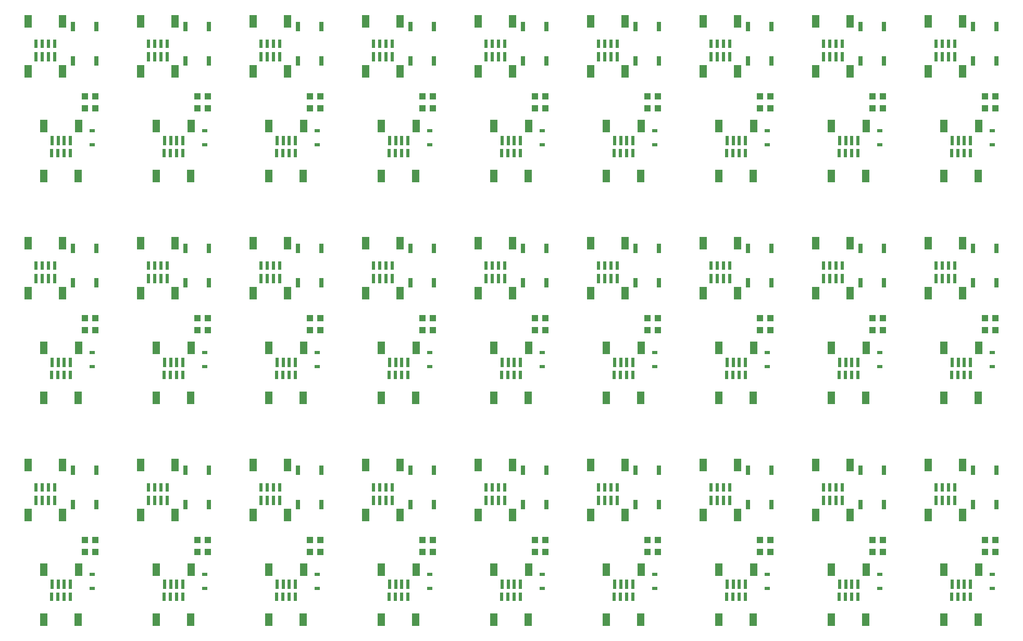
<source format=gtp>
G04 EAGLE Gerber RS-274X export*
G75*
%MOMM*%
%FSLAX34Y34*%
%LPD*%
%INSolderpaste Top*%
%IPPOS*%
%AMOC8*
5,1,8,0,0,1.08239X$1,22.5*%
G01*
%ADD10R,1.200000X2.000000*%
%ADD11R,0.600000X1.350000*%
%ADD12R,0.600000X1.550000*%
%ADD13R,1.100000X1.000000*%
%ADD14R,0.830000X0.630000*%
%ADD15R,0.762000X1.524000*%


D10*
X60900Y14050D03*
X116900Y14050D03*
D11*
X73900Y50800D03*
X83900Y50800D03*
X93900Y50800D03*
X103900Y50800D03*
D10*
X91500Y265350D03*
X35500Y265350D03*
D11*
X78500Y228600D03*
X68500Y228600D03*
X58500Y228600D03*
X48500Y228600D03*
D12*
X78280Y208150D03*
X68280Y208150D03*
X58280Y208150D03*
X48280Y208150D03*
D10*
X91280Y183900D03*
X35280Y183900D03*
D13*
X127644Y143256D03*
X144644Y143256D03*
X127644Y123952D03*
X144644Y123952D03*
D12*
X74120Y71250D03*
X84120Y71250D03*
X94120Y71250D03*
X104120Y71250D03*
D10*
X61120Y95500D03*
X117120Y95500D03*
D14*
X139700Y87700D03*
X139700Y64700D03*
D15*
X146050Y256540D03*
X146050Y200660D03*
X107950Y256540D03*
X107950Y200660D03*
D10*
X243780Y14050D03*
X299780Y14050D03*
D11*
X256780Y50800D03*
X266780Y50800D03*
X276780Y50800D03*
X286780Y50800D03*
D10*
X274380Y265350D03*
X218380Y265350D03*
D11*
X261380Y228600D03*
X251380Y228600D03*
X241380Y228600D03*
X231380Y228600D03*
D12*
X261160Y208150D03*
X251160Y208150D03*
X241160Y208150D03*
X231160Y208150D03*
D10*
X274160Y183900D03*
X218160Y183900D03*
D13*
X310524Y143256D03*
X327524Y143256D03*
X310524Y123952D03*
X327524Y123952D03*
D12*
X257000Y71250D03*
X267000Y71250D03*
X277000Y71250D03*
X287000Y71250D03*
D10*
X244000Y95500D03*
X300000Y95500D03*
D14*
X322580Y87700D03*
X322580Y64700D03*
D15*
X328930Y256540D03*
X328930Y200660D03*
X290830Y256540D03*
X290830Y200660D03*
D10*
X426660Y14050D03*
X482660Y14050D03*
D11*
X439660Y50800D03*
X449660Y50800D03*
X459660Y50800D03*
X469660Y50800D03*
D10*
X457260Y265350D03*
X401260Y265350D03*
D11*
X444260Y228600D03*
X434260Y228600D03*
X424260Y228600D03*
X414260Y228600D03*
D12*
X444040Y208150D03*
X434040Y208150D03*
X424040Y208150D03*
X414040Y208150D03*
D10*
X457040Y183900D03*
X401040Y183900D03*
D13*
X493404Y143256D03*
X510404Y143256D03*
X493404Y123952D03*
X510404Y123952D03*
D12*
X439880Y71250D03*
X449880Y71250D03*
X459880Y71250D03*
X469880Y71250D03*
D10*
X426880Y95500D03*
X482880Y95500D03*
D14*
X505460Y87700D03*
X505460Y64700D03*
D15*
X511810Y256540D03*
X511810Y200660D03*
X473710Y256540D03*
X473710Y200660D03*
D10*
X609540Y14050D03*
X665540Y14050D03*
D11*
X622540Y50800D03*
X632540Y50800D03*
X642540Y50800D03*
X652540Y50800D03*
D10*
X640140Y265350D03*
X584140Y265350D03*
D11*
X627140Y228600D03*
X617140Y228600D03*
X607140Y228600D03*
X597140Y228600D03*
D12*
X626920Y208150D03*
X616920Y208150D03*
X606920Y208150D03*
X596920Y208150D03*
D10*
X639920Y183900D03*
X583920Y183900D03*
D13*
X676284Y143256D03*
X693284Y143256D03*
X676284Y123952D03*
X693284Y123952D03*
D12*
X622760Y71250D03*
X632760Y71250D03*
X642760Y71250D03*
X652760Y71250D03*
D10*
X609760Y95500D03*
X665760Y95500D03*
D14*
X688340Y87700D03*
X688340Y64700D03*
D15*
X694690Y256540D03*
X694690Y200660D03*
X656590Y256540D03*
X656590Y200660D03*
D10*
X792420Y14050D03*
X848420Y14050D03*
D11*
X805420Y50800D03*
X815420Y50800D03*
X825420Y50800D03*
X835420Y50800D03*
D10*
X823020Y265350D03*
X767020Y265350D03*
D11*
X810020Y228600D03*
X800020Y228600D03*
X790020Y228600D03*
X780020Y228600D03*
D12*
X809800Y208150D03*
X799800Y208150D03*
X789800Y208150D03*
X779800Y208150D03*
D10*
X822800Y183900D03*
X766800Y183900D03*
D13*
X859164Y143256D03*
X876164Y143256D03*
X859164Y123952D03*
X876164Y123952D03*
D12*
X805640Y71250D03*
X815640Y71250D03*
X825640Y71250D03*
X835640Y71250D03*
D10*
X792640Y95500D03*
X848640Y95500D03*
D14*
X871220Y87700D03*
X871220Y64700D03*
D15*
X877570Y256540D03*
X877570Y200660D03*
X839470Y256540D03*
X839470Y200660D03*
D10*
X975300Y14050D03*
X1031300Y14050D03*
D11*
X988300Y50800D03*
X998300Y50800D03*
X1008300Y50800D03*
X1018300Y50800D03*
D10*
X1005900Y265350D03*
X949900Y265350D03*
D11*
X992900Y228600D03*
X982900Y228600D03*
X972900Y228600D03*
X962900Y228600D03*
D12*
X992680Y208150D03*
X982680Y208150D03*
X972680Y208150D03*
X962680Y208150D03*
D10*
X1005680Y183900D03*
X949680Y183900D03*
D13*
X1042044Y143256D03*
X1059044Y143256D03*
X1042044Y123952D03*
X1059044Y123952D03*
D12*
X988520Y71250D03*
X998520Y71250D03*
X1008520Y71250D03*
X1018520Y71250D03*
D10*
X975520Y95500D03*
X1031520Y95500D03*
D14*
X1054100Y87700D03*
X1054100Y64700D03*
D15*
X1060450Y256540D03*
X1060450Y200660D03*
X1022350Y256540D03*
X1022350Y200660D03*
D10*
X1158180Y14050D03*
X1214180Y14050D03*
D11*
X1171180Y50800D03*
X1181180Y50800D03*
X1191180Y50800D03*
X1201180Y50800D03*
D10*
X1188780Y265350D03*
X1132780Y265350D03*
D11*
X1175780Y228600D03*
X1165780Y228600D03*
X1155780Y228600D03*
X1145780Y228600D03*
D12*
X1175560Y208150D03*
X1165560Y208150D03*
X1155560Y208150D03*
X1145560Y208150D03*
D10*
X1188560Y183900D03*
X1132560Y183900D03*
D13*
X1224924Y143256D03*
X1241924Y143256D03*
X1224924Y123952D03*
X1241924Y123952D03*
D12*
X1171400Y71250D03*
X1181400Y71250D03*
X1191400Y71250D03*
X1201400Y71250D03*
D10*
X1158400Y95500D03*
X1214400Y95500D03*
D14*
X1236980Y87700D03*
X1236980Y64700D03*
D15*
X1243330Y256540D03*
X1243330Y200660D03*
X1205230Y256540D03*
X1205230Y200660D03*
D10*
X1341060Y14050D03*
X1397060Y14050D03*
D11*
X1354060Y50800D03*
X1364060Y50800D03*
X1374060Y50800D03*
X1384060Y50800D03*
D10*
X1371660Y265350D03*
X1315660Y265350D03*
D11*
X1358660Y228600D03*
X1348660Y228600D03*
X1338660Y228600D03*
X1328660Y228600D03*
D12*
X1358440Y208150D03*
X1348440Y208150D03*
X1338440Y208150D03*
X1328440Y208150D03*
D10*
X1371440Y183900D03*
X1315440Y183900D03*
D13*
X1407804Y143256D03*
X1424804Y143256D03*
X1407804Y123952D03*
X1424804Y123952D03*
D12*
X1354280Y71250D03*
X1364280Y71250D03*
X1374280Y71250D03*
X1384280Y71250D03*
D10*
X1341280Y95500D03*
X1397280Y95500D03*
D14*
X1419860Y87700D03*
X1419860Y64700D03*
D15*
X1426210Y256540D03*
X1426210Y200660D03*
X1388110Y256540D03*
X1388110Y200660D03*
D10*
X1523940Y14050D03*
X1579940Y14050D03*
D11*
X1536940Y50800D03*
X1546940Y50800D03*
X1556940Y50800D03*
X1566940Y50800D03*
D10*
X1554540Y265350D03*
X1498540Y265350D03*
D11*
X1541540Y228600D03*
X1531540Y228600D03*
X1521540Y228600D03*
X1511540Y228600D03*
D12*
X1541320Y208150D03*
X1531320Y208150D03*
X1521320Y208150D03*
X1511320Y208150D03*
D10*
X1554320Y183900D03*
X1498320Y183900D03*
D13*
X1590684Y143256D03*
X1607684Y143256D03*
X1590684Y123952D03*
X1607684Y123952D03*
D12*
X1537160Y71250D03*
X1547160Y71250D03*
X1557160Y71250D03*
X1567160Y71250D03*
D10*
X1524160Y95500D03*
X1580160Y95500D03*
D14*
X1602740Y87700D03*
X1602740Y64700D03*
D15*
X1609090Y256540D03*
X1609090Y200660D03*
X1570990Y256540D03*
X1570990Y200660D03*
D10*
X60900Y374730D03*
X116900Y374730D03*
D11*
X73900Y411480D03*
X83900Y411480D03*
X93900Y411480D03*
X103900Y411480D03*
D10*
X91500Y626030D03*
X35500Y626030D03*
D11*
X78500Y589280D03*
X68500Y589280D03*
X58500Y589280D03*
X48500Y589280D03*
D12*
X78280Y568830D03*
X68280Y568830D03*
X58280Y568830D03*
X48280Y568830D03*
D10*
X91280Y544580D03*
X35280Y544580D03*
D13*
X127644Y503936D03*
X144644Y503936D03*
X127644Y484632D03*
X144644Y484632D03*
D12*
X74120Y431930D03*
X84120Y431930D03*
X94120Y431930D03*
X104120Y431930D03*
D10*
X61120Y456180D03*
X117120Y456180D03*
D14*
X139700Y448380D03*
X139700Y425380D03*
D15*
X146050Y617220D03*
X146050Y561340D03*
X107950Y617220D03*
X107950Y561340D03*
D10*
X243780Y374730D03*
X299780Y374730D03*
D11*
X256780Y411480D03*
X266780Y411480D03*
X276780Y411480D03*
X286780Y411480D03*
D10*
X274380Y626030D03*
X218380Y626030D03*
D11*
X261380Y589280D03*
X251380Y589280D03*
X241380Y589280D03*
X231380Y589280D03*
D12*
X261160Y568830D03*
X251160Y568830D03*
X241160Y568830D03*
X231160Y568830D03*
D10*
X274160Y544580D03*
X218160Y544580D03*
D13*
X310524Y503936D03*
X327524Y503936D03*
X310524Y484632D03*
X327524Y484632D03*
D12*
X257000Y431930D03*
X267000Y431930D03*
X277000Y431930D03*
X287000Y431930D03*
D10*
X244000Y456180D03*
X300000Y456180D03*
D14*
X322580Y448380D03*
X322580Y425380D03*
D15*
X328930Y617220D03*
X328930Y561340D03*
X290830Y617220D03*
X290830Y561340D03*
D10*
X426660Y374730D03*
X482660Y374730D03*
D11*
X439660Y411480D03*
X449660Y411480D03*
X459660Y411480D03*
X469660Y411480D03*
D10*
X457260Y626030D03*
X401260Y626030D03*
D11*
X444260Y589280D03*
X434260Y589280D03*
X424260Y589280D03*
X414260Y589280D03*
D12*
X444040Y568830D03*
X434040Y568830D03*
X424040Y568830D03*
X414040Y568830D03*
D10*
X457040Y544580D03*
X401040Y544580D03*
D13*
X493404Y503936D03*
X510404Y503936D03*
X493404Y484632D03*
X510404Y484632D03*
D12*
X439880Y431930D03*
X449880Y431930D03*
X459880Y431930D03*
X469880Y431930D03*
D10*
X426880Y456180D03*
X482880Y456180D03*
D14*
X505460Y448380D03*
X505460Y425380D03*
D15*
X511810Y617220D03*
X511810Y561340D03*
X473710Y617220D03*
X473710Y561340D03*
D10*
X609540Y374730D03*
X665540Y374730D03*
D11*
X622540Y411480D03*
X632540Y411480D03*
X642540Y411480D03*
X652540Y411480D03*
D10*
X640140Y626030D03*
X584140Y626030D03*
D11*
X627140Y589280D03*
X617140Y589280D03*
X607140Y589280D03*
X597140Y589280D03*
D12*
X626920Y568830D03*
X616920Y568830D03*
X606920Y568830D03*
X596920Y568830D03*
D10*
X639920Y544580D03*
X583920Y544580D03*
D13*
X676284Y503936D03*
X693284Y503936D03*
X676284Y484632D03*
X693284Y484632D03*
D12*
X622760Y431930D03*
X632760Y431930D03*
X642760Y431930D03*
X652760Y431930D03*
D10*
X609760Y456180D03*
X665760Y456180D03*
D14*
X688340Y448380D03*
X688340Y425380D03*
D15*
X694690Y617220D03*
X694690Y561340D03*
X656590Y617220D03*
X656590Y561340D03*
D10*
X792420Y374730D03*
X848420Y374730D03*
D11*
X805420Y411480D03*
X815420Y411480D03*
X825420Y411480D03*
X835420Y411480D03*
D10*
X823020Y626030D03*
X767020Y626030D03*
D11*
X810020Y589280D03*
X800020Y589280D03*
X790020Y589280D03*
X780020Y589280D03*
D12*
X809800Y568830D03*
X799800Y568830D03*
X789800Y568830D03*
X779800Y568830D03*
D10*
X822800Y544580D03*
X766800Y544580D03*
D13*
X859164Y503936D03*
X876164Y503936D03*
X859164Y484632D03*
X876164Y484632D03*
D12*
X805640Y431930D03*
X815640Y431930D03*
X825640Y431930D03*
X835640Y431930D03*
D10*
X792640Y456180D03*
X848640Y456180D03*
D14*
X871220Y448380D03*
X871220Y425380D03*
D15*
X877570Y617220D03*
X877570Y561340D03*
X839470Y617220D03*
X839470Y561340D03*
D10*
X975300Y374730D03*
X1031300Y374730D03*
D11*
X988300Y411480D03*
X998300Y411480D03*
X1008300Y411480D03*
X1018300Y411480D03*
D10*
X1005900Y626030D03*
X949900Y626030D03*
D11*
X992900Y589280D03*
X982900Y589280D03*
X972900Y589280D03*
X962900Y589280D03*
D12*
X992680Y568830D03*
X982680Y568830D03*
X972680Y568830D03*
X962680Y568830D03*
D10*
X1005680Y544580D03*
X949680Y544580D03*
D13*
X1042044Y503936D03*
X1059044Y503936D03*
X1042044Y484632D03*
X1059044Y484632D03*
D12*
X988520Y431930D03*
X998520Y431930D03*
X1008520Y431930D03*
X1018520Y431930D03*
D10*
X975520Y456180D03*
X1031520Y456180D03*
D14*
X1054100Y448380D03*
X1054100Y425380D03*
D15*
X1060450Y617220D03*
X1060450Y561340D03*
X1022350Y617220D03*
X1022350Y561340D03*
D10*
X1158180Y374730D03*
X1214180Y374730D03*
D11*
X1171180Y411480D03*
X1181180Y411480D03*
X1191180Y411480D03*
X1201180Y411480D03*
D10*
X1188780Y626030D03*
X1132780Y626030D03*
D11*
X1175780Y589280D03*
X1165780Y589280D03*
X1155780Y589280D03*
X1145780Y589280D03*
D12*
X1175560Y568830D03*
X1165560Y568830D03*
X1155560Y568830D03*
X1145560Y568830D03*
D10*
X1188560Y544580D03*
X1132560Y544580D03*
D13*
X1224924Y503936D03*
X1241924Y503936D03*
X1224924Y484632D03*
X1241924Y484632D03*
D12*
X1171400Y431930D03*
X1181400Y431930D03*
X1191400Y431930D03*
X1201400Y431930D03*
D10*
X1158400Y456180D03*
X1214400Y456180D03*
D14*
X1236980Y448380D03*
X1236980Y425380D03*
D15*
X1243330Y617220D03*
X1243330Y561340D03*
X1205230Y617220D03*
X1205230Y561340D03*
D10*
X1341060Y374730D03*
X1397060Y374730D03*
D11*
X1354060Y411480D03*
X1364060Y411480D03*
X1374060Y411480D03*
X1384060Y411480D03*
D10*
X1371660Y626030D03*
X1315660Y626030D03*
D11*
X1358660Y589280D03*
X1348660Y589280D03*
X1338660Y589280D03*
X1328660Y589280D03*
D12*
X1358440Y568830D03*
X1348440Y568830D03*
X1338440Y568830D03*
X1328440Y568830D03*
D10*
X1371440Y544580D03*
X1315440Y544580D03*
D13*
X1407804Y503936D03*
X1424804Y503936D03*
X1407804Y484632D03*
X1424804Y484632D03*
D12*
X1354280Y431930D03*
X1364280Y431930D03*
X1374280Y431930D03*
X1384280Y431930D03*
D10*
X1341280Y456180D03*
X1397280Y456180D03*
D14*
X1419860Y448380D03*
X1419860Y425380D03*
D15*
X1426210Y617220D03*
X1426210Y561340D03*
X1388110Y617220D03*
X1388110Y561340D03*
D10*
X1523940Y374730D03*
X1579940Y374730D03*
D11*
X1536940Y411480D03*
X1546940Y411480D03*
X1556940Y411480D03*
X1566940Y411480D03*
D10*
X1554540Y626030D03*
X1498540Y626030D03*
D11*
X1541540Y589280D03*
X1531540Y589280D03*
X1521540Y589280D03*
X1511540Y589280D03*
D12*
X1541320Y568830D03*
X1531320Y568830D03*
X1521320Y568830D03*
X1511320Y568830D03*
D10*
X1554320Y544580D03*
X1498320Y544580D03*
D13*
X1590684Y503936D03*
X1607684Y503936D03*
X1590684Y484632D03*
X1607684Y484632D03*
D12*
X1537160Y431930D03*
X1547160Y431930D03*
X1557160Y431930D03*
X1567160Y431930D03*
D10*
X1524160Y456180D03*
X1580160Y456180D03*
D14*
X1602740Y448380D03*
X1602740Y425380D03*
D15*
X1609090Y617220D03*
X1609090Y561340D03*
X1570990Y617220D03*
X1570990Y561340D03*
D10*
X60900Y735410D03*
X116900Y735410D03*
D11*
X73900Y772160D03*
X83900Y772160D03*
X93900Y772160D03*
X103900Y772160D03*
D10*
X91500Y986710D03*
X35500Y986710D03*
D11*
X78500Y949960D03*
X68500Y949960D03*
X58500Y949960D03*
X48500Y949960D03*
D12*
X78280Y929510D03*
X68280Y929510D03*
X58280Y929510D03*
X48280Y929510D03*
D10*
X91280Y905260D03*
X35280Y905260D03*
D13*
X127644Y864616D03*
X144644Y864616D03*
X127644Y845312D03*
X144644Y845312D03*
D12*
X74120Y792610D03*
X84120Y792610D03*
X94120Y792610D03*
X104120Y792610D03*
D10*
X61120Y816860D03*
X117120Y816860D03*
D14*
X139700Y809060D03*
X139700Y786060D03*
D15*
X146050Y977900D03*
X146050Y922020D03*
X107950Y977900D03*
X107950Y922020D03*
D10*
X243780Y735410D03*
X299780Y735410D03*
D11*
X256780Y772160D03*
X266780Y772160D03*
X276780Y772160D03*
X286780Y772160D03*
D10*
X274380Y986710D03*
X218380Y986710D03*
D11*
X261380Y949960D03*
X251380Y949960D03*
X241380Y949960D03*
X231380Y949960D03*
D12*
X261160Y929510D03*
X251160Y929510D03*
X241160Y929510D03*
X231160Y929510D03*
D10*
X274160Y905260D03*
X218160Y905260D03*
D13*
X310524Y864616D03*
X327524Y864616D03*
X310524Y845312D03*
X327524Y845312D03*
D12*
X257000Y792610D03*
X267000Y792610D03*
X277000Y792610D03*
X287000Y792610D03*
D10*
X244000Y816860D03*
X300000Y816860D03*
D14*
X322580Y809060D03*
X322580Y786060D03*
D15*
X328930Y977900D03*
X328930Y922020D03*
X290830Y977900D03*
X290830Y922020D03*
D10*
X426660Y735410D03*
X482660Y735410D03*
D11*
X439660Y772160D03*
X449660Y772160D03*
X459660Y772160D03*
X469660Y772160D03*
D10*
X457260Y986710D03*
X401260Y986710D03*
D11*
X444260Y949960D03*
X434260Y949960D03*
X424260Y949960D03*
X414260Y949960D03*
D12*
X444040Y929510D03*
X434040Y929510D03*
X424040Y929510D03*
X414040Y929510D03*
D10*
X457040Y905260D03*
X401040Y905260D03*
D13*
X493404Y864616D03*
X510404Y864616D03*
X493404Y845312D03*
X510404Y845312D03*
D12*
X439880Y792610D03*
X449880Y792610D03*
X459880Y792610D03*
X469880Y792610D03*
D10*
X426880Y816860D03*
X482880Y816860D03*
D14*
X505460Y809060D03*
X505460Y786060D03*
D15*
X511810Y977900D03*
X511810Y922020D03*
X473710Y977900D03*
X473710Y922020D03*
D10*
X609540Y735410D03*
X665540Y735410D03*
D11*
X622540Y772160D03*
X632540Y772160D03*
X642540Y772160D03*
X652540Y772160D03*
D10*
X640140Y986710D03*
X584140Y986710D03*
D11*
X627140Y949960D03*
X617140Y949960D03*
X607140Y949960D03*
X597140Y949960D03*
D12*
X626920Y929510D03*
X616920Y929510D03*
X606920Y929510D03*
X596920Y929510D03*
D10*
X639920Y905260D03*
X583920Y905260D03*
D13*
X676284Y864616D03*
X693284Y864616D03*
X676284Y845312D03*
X693284Y845312D03*
D12*
X622760Y792610D03*
X632760Y792610D03*
X642760Y792610D03*
X652760Y792610D03*
D10*
X609760Y816860D03*
X665760Y816860D03*
D14*
X688340Y809060D03*
X688340Y786060D03*
D15*
X694690Y977900D03*
X694690Y922020D03*
X656590Y977900D03*
X656590Y922020D03*
D10*
X792420Y735410D03*
X848420Y735410D03*
D11*
X805420Y772160D03*
X815420Y772160D03*
X825420Y772160D03*
X835420Y772160D03*
D10*
X823020Y986710D03*
X767020Y986710D03*
D11*
X810020Y949960D03*
X800020Y949960D03*
X790020Y949960D03*
X780020Y949960D03*
D12*
X809800Y929510D03*
X799800Y929510D03*
X789800Y929510D03*
X779800Y929510D03*
D10*
X822800Y905260D03*
X766800Y905260D03*
D13*
X859164Y864616D03*
X876164Y864616D03*
X859164Y845312D03*
X876164Y845312D03*
D12*
X805640Y792610D03*
X815640Y792610D03*
X825640Y792610D03*
X835640Y792610D03*
D10*
X792640Y816860D03*
X848640Y816860D03*
D14*
X871220Y809060D03*
X871220Y786060D03*
D15*
X877570Y977900D03*
X877570Y922020D03*
X839470Y977900D03*
X839470Y922020D03*
D10*
X975300Y735410D03*
X1031300Y735410D03*
D11*
X988300Y772160D03*
X998300Y772160D03*
X1008300Y772160D03*
X1018300Y772160D03*
D10*
X1005900Y986710D03*
X949900Y986710D03*
D11*
X992900Y949960D03*
X982900Y949960D03*
X972900Y949960D03*
X962900Y949960D03*
D12*
X992680Y929510D03*
X982680Y929510D03*
X972680Y929510D03*
X962680Y929510D03*
D10*
X1005680Y905260D03*
X949680Y905260D03*
D13*
X1042044Y864616D03*
X1059044Y864616D03*
X1042044Y845312D03*
X1059044Y845312D03*
D12*
X988520Y792610D03*
X998520Y792610D03*
X1008520Y792610D03*
X1018520Y792610D03*
D10*
X975520Y816860D03*
X1031520Y816860D03*
D14*
X1054100Y809060D03*
X1054100Y786060D03*
D15*
X1060450Y977900D03*
X1060450Y922020D03*
X1022350Y977900D03*
X1022350Y922020D03*
D10*
X1158180Y735410D03*
X1214180Y735410D03*
D11*
X1171180Y772160D03*
X1181180Y772160D03*
X1191180Y772160D03*
X1201180Y772160D03*
D10*
X1188780Y986710D03*
X1132780Y986710D03*
D11*
X1175780Y949960D03*
X1165780Y949960D03*
X1155780Y949960D03*
X1145780Y949960D03*
D12*
X1175560Y929510D03*
X1165560Y929510D03*
X1155560Y929510D03*
X1145560Y929510D03*
D10*
X1188560Y905260D03*
X1132560Y905260D03*
D13*
X1224924Y864616D03*
X1241924Y864616D03*
X1224924Y845312D03*
X1241924Y845312D03*
D12*
X1171400Y792610D03*
X1181400Y792610D03*
X1191400Y792610D03*
X1201400Y792610D03*
D10*
X1158400Y816860D03*
X1214400Y816860D03*
D14*
X1236980Y809060D03*
X1236980Y786060D03*
D15*
X1243330Y977900D03*
X1243330Y922020D03*
X1205230Y977900D03*
X1205230Y922020D03*
D10*
X1341060Y735410D03*
X1397060Y735410D03*
D11*
X1354060Y772160D03*
X1364060Y772160D03*
X1374060Y772160D03*
X1384060Y772160D03*
D10*
X1371660Y986710D03*
X1315660Y986710D03*
D11*
X1358660Y949960D03*
X1348660Y949960D03*
X1338660Y949960D03*
X1328660Y949960D03*
D12*
X1358440Y929510D03*
X1348440Y929510D03*
X1338440Y929510D03*
X1328440Y929510D03*
D10*
X1371440Y905260D03*
X1315440Y905260D03*
D13*
X1407804Y864616D03*
X1424804Y864616D03*
X1407804Y845312D03*
X1424804Y845312D03*
D12*
X1354280Y792610D03*
X1364280Y792610D03*
X1374280Y792610D03*
X1384280Y792610D03*
D10*
X1341280Y816860D03*
X1397280Y816860D03*
D14*
X1419860Y809060D03*
X1419860Y786060D03*
D15*
X1426210Y977900D03*
X1426210Y922020D03*
X1388110Y977900D03*
X1388110Y922020D03*
D10*
X1523940Y735410D03*
X1579940Y735410D03*
D11*
X1536940Y772160D03*
X1546940Y772160D03*
X1556940Y772160D03*
X1566940Y772160D03*
D10*
X1554540Y986710D03*
X1498540Y986710D03*
D11*
X1541540Y949960D03*
X1531540Y949960D03*
X1521540Y949960D03*
X1511540Y949960D03*
D12*
X1541320Y929510D03*
X1531320Y929510D03*
X1521320Y929510D03*
X1511320Y929510D03*
D10*
X1554320Y905260D03*
X1498320Y905260D03*
D13*
X1590684Y864616D03*
X1607684Y864616D03*
X1590684Y845312D03*
X1607684Y845312D03*
D12*
X1537160Y792610D03*
X1547160Y792610D03*
X1557160Y792610D03*
X1567160Y792610D03*
D10*
X1524160Y816860D03*
X1580160Y816860D03*
D14*
X1602740Y809060D03*
X1602740Y786060D03*
D15*
X1609090Y977900D03*
X1609090Y922020D03*
X1570990Y977900D03*
X1570990Y922020D03*
M02*

</source>
